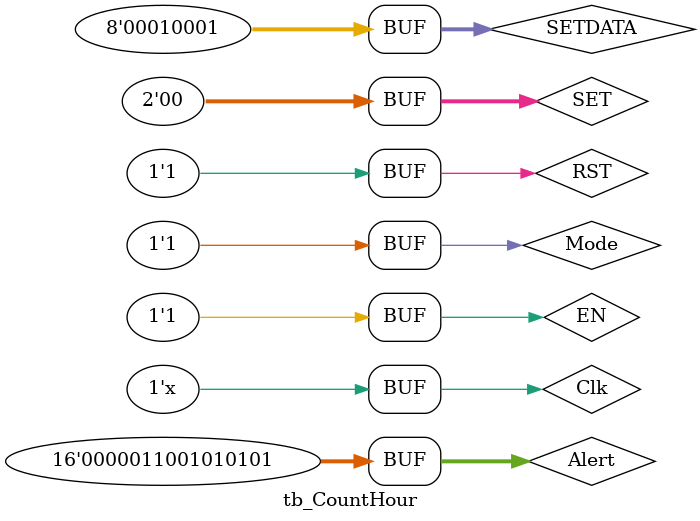
<source format=v>
`timescale 1ns / 1ps

module tb_CountHour();
reg Clk, RST;
reg  [15:0]Alert;
reg [1:0]SET;
reg [7:0] SETDATA;
reg EN;
reg Mode;//Ñ¡Ôñ12 or 24
wire [7:0] Hours,Minutes,Seconds;
wire Hour_pulse,ALERT;
wire [5:0] Light;

initial begin
    Alert=16'h06_55;
    Clk=1'b0;RST=1'b0;
    SET=3'b000;
    SETDATA=8'b00010001;
    EN=1'b1;Mode=1'b1;
    #10 RST=1'b1;
    #200
    SET=3'b111;
    #20 SET=3'b000;
    
end
always #3 Clk=~Clk;
Count_Hour CH(Clk,Alert,SET,SETDATA,EN,RST,Mode, Hours,Minutes,Seconds, Hour_pulse,Light,ALERT);
endmodule

</source>
